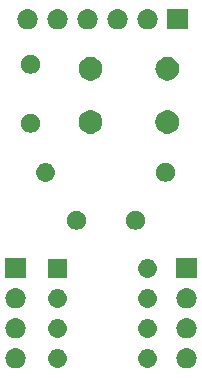
<source format=gbs>
G04 #@! TF.GenerationSoftware,KiCad,Pcbnew,5.0.2+dfsg1-1~bpo9+1*
G04 #@! TF.CreationDate,2020-08-17T14:39:57+01:00*
G04 #@! TF.ProjectId,t85opti,7438356f-7074-4692-9e6b-696361645f70,rev?*
G04 #@! TF.SameCoordinates,Original*
G04 #@! TF.FileFunction,Soldermask,Bot*
G04 #@! TF.FilePolarity,Negative*
%FSLAX46Y46*%
G04 Gerber Fmt 4.6, Leading zero omitted, Abs format (unit mm)*
G04 Created by KiCad (PCBNEW 5.0.2+dfsg1-1~bpo9+1) date Mon 17 Aug 2020 14:39:57 IST*
%MOMM*%
%LPD*%
G01*
G04 APERTURE LIST*
%ADD10C,0.100000*%
G04 APERTURE END LIST*
D10*
G36*
X142152630Y-69774299D02*
X142312855Y-69822903D01*
X142460520Y-69901831D01*
X142589949Y-70008051D01*
X142696169Y-70137480D01*
X142775097Y-70285145D01*
X142823701Y-70445370D01*
X142840112Y-70612000D01*
X142823701Y-70778630D01*
X142775097Y-70938855D01*
X142696169Y-71086520D01*
X142589949Y-71215949D01*
X142460520Y-71322169D01*
X142312855Y-71401097D01*
X142152630Y-71449701D01*
X142027752Y-71462000D01*
X141944248Y-71462000D01*
X141819370Y-71449701D01*
X141659145Y-71401097D01*
X141511480Y-71322169D01*
X141382051Y-71215949D01*
X141275831Y-71086520D01*
X141196903Y-70938855D01*
X141148299Y-70778630D01*
X141131888Y-70612000D01*
X141148299Y-70445370D01*
X141196903Y-70285145D01*
X141275831Y-70137480D01*
X141382051Y-70008051D01*
X141511480Y-69901831D01*
X141659145Y-69822903D01*
X141819370Y-69774299D01*
X141944248Y-69762000D01*
X142027752Y-69762000D01*
X142152630Y-69774299D01*
X142152630Y-69774299D01*
G37*
G36*
X127674630Y-69774299D02*
X127834855Y-69822903D01*
X127982520Y-69901831D01*
X128111949Y-70008051D01*
X128218169Y-70137480D01*
X128297097Y-70285145D01*
X128345701Y-70445370D01*
X128362112Y-70612000D01*
X128345701Y-70778630D01*
X128297097Y-70938855D01*
X128218169Y-71086520D01*
X128111949Y-71215949D01*
X127982520Y-71322169D01*
X127834855Y-71401097D01*
X127674630Y-71449701D01*
X127549752Y-71462000D01*
X127466248Y-71462000D01*
X127341370Y-71449701D01*
X127181145Y-71401097D01*
X127033480Y-71322169D01*
X126904051Y-71215949D01*
X126797831Y-71086520D01*
X126718903Y-70938855D01*
X126670299Y-70778630D01*
X126653888Y-70612000D01*
X126670299Y-70445370D01*
X126718903Y-70285145D01*
X126797831Y-70137480D01*
X126904051Y-70008051D01*
X127033480Y-69901831D01*
X127181145Y-69822903D01*
X127341370Y-69774299D01*
X127466248Y-69762000D01*
X127549752Y-69762000D01*
X127674630Y-69774299D01*
X127674630Y-69774299D01*
G37*
G36*
X138801649Y-69819717D02*
X138840827Y-69823576D01*
X138916228Y-69846449D01*
X138991629Y-69869321D01*
X139130608Y-69943608D01*
X139252422Y-70043578D01*
X139352392Y-70165392D01*
X139426679Y-70304371D01*
X139426679Y-70304372D01*
X139472424Y-70455173D01*
X139487870Y-70612000D01*
X139472424Y-70768827D01*
X139469450Y-70778630D01*
X139426679Y-70919629D01*
X139352392Y-71058608D01*
X139252422Y-71180422D01*
X139130608Y-71280392D01*
X138991629Y-71354679D01*
X138916228Y-71377551D01*
X138840827Y-71400424D01*
X138801649Y-71404283D01*
X138723295Y-71412000D01*
X138644705Y-71412000D01*
X138566351Y-71404283D01*
X138527173Y-71400424D01*
X138451772Y-71377551D01*
X138376371Y-71354679D01*
X138237392Y-71280392D01*
X138115578Y-71180422D01*
X138015608Y-71058608D01*
X137941321Y-70919629D01*
X137898550Y-70778630D01*
X137895576Y-70768827D01*
X137880130Y-70612000D01*
X137895576Y-70455173D01*
X137941321Y-70304372D01*
X137941321Y-70304371D01*
X138015608Y-70165392D01*
X138115578Y-70043578D01*
X138237392Y-69943608D01*
X138376371Y-69869321D01*
X138451772Y-69846449D01*
X138527173Y-69823576D01*
X138566351Y-69819717D01*
X138644705Y-69812000D01*
X138723295Y-69812000D01*
X138801649Y-69819717D01*
X138801649Y-69819717D01*
G37*
G36*
X131181649Y-69819717D02*
X131220827Y-69823576D01*
X131296228Y-69846449D01*
X131371629Y-69869321D01*
X131510608Y-69943608D01*
X131632422Y-70043578D01*
X131732392Y-70165392D01*
X131806679Y-70304371D01*
X131806679Y-70304372D01*
X131852424Y-70455173D01*
X131867870Y-70612000D01*
X131852424Y-70768827D01*
X131849450Y-70778630D01*
X131806679Y-70919629D01*
X131732392Y-71058608D01*
X131632422Y-71180422D01*
X131510608Y-71280392D01*
X131371629Y-71354679D01*
X131296228Y-71377551D01*
X131220827Y-71400424D01*
X131181649Y-71404283D01*
X131103295Y-71412000D01*
X131024705Y-71412000D01*
X130946351Y-71404283D01*
X130907173Y-71400424D01*
X130831772Y-71377551D01*
X130756371Y-71354679D01*
X130617392Y-71280392D01*
X130495578Y-71180422D01*
X130395608Y-71058608D01*
X130321321Y-70919629D01*
X130278550Y-70778630D01*
X130275576Y-70768827D01*
X130260130Y-70612000D01*
X130275576Y-70455173D01*
X130321321Y-70304372D01*
X130321321Y-70304371D01*
X130395608Y-70165392D01*
X130495578Y-70043578D01*
X130617392Y-69943608D01*
X130756371Y-69869321D01*
X130831772Y-69846449D01*
X130907173Y-69823576D01*
X130946351Y-69819717D01*
X131024705Y-69812000D01*
X131103295Y-69812000D01*
X131181649Y-69819717D01*
X131181649Y-69819717D01*
G37*
G36*
X127674630Y-67234299D02*
X127834855Y-67282903D01*
X127982520Y-67361831D01*
X128111949Y-67468051D01*
X128218169Y-67597480D01*
X128297097Y-67745145D01*
X128345701Y-67905370D01*
X128362112Y-68072000D01*
X128345701Y-68238630D01*
X128297097Y-68398855D01*
X128218169Y-68546520D01*
X128111949Y-68675949D01*
X127982520Y-68782169D01*
X127834855Y-68861097D01*
X127674630Y-68909701D01*
X127549752Y-68922000D01*
X127466248Y-68922000D01*
X127341370Y-68909701D01*
X127181145Y-68861097D01*
X127033480Y-68782169D01*
X126904051Y-68675949D01*
X126797831Y-68546520D01*
X126718903Y-68398855D01*
X126670299Y-68238630D01*
X126653888Y-68072000D01*
X126670299Y-67905370D01*
X126718903Y-67745145D01*
X126797831Y-67597480D01*
X126904051Y-67468051D01*
X127033480Y-67361831D01*
X127181145Y-67282903D01*
X127341370Y-67234299D01*
X127466248Y-67222000D01*
X127549752Y-67222000D01*
X127674630Y-67234299D01*
X127674630Y-67234299D01*
G37*
G36*
X142152630Y-67234299D02*
X142312855Y-67282903D01*
X142460520Y-67361831D01*
X142589949Y-67468051D01*
X142696169Y-67597480D01*
X142775097Y-67745145D01*
X142823701Y-67905370D01*
X142840112Y-68072000D01*
X142823701Y-68238630D01*
X142775097Y-68398855D01*
X142696169Y-68546520D01*
X142589949Y-68675949D01*
X142460520Y-68782169D01*
X142312855Y-68861097D01*
X142152630Y-68909701D01*
X142027752Y-68922000D01*
X141944248Y-68922000D01*
X141819370Y-68909701D01*
X141659145Y-68861097D01*
X141511480Y-68782169D01*
X141382051Y-68675949D01*
X141275831Y-68546520D01*
X141196903Y-68398855D01*
X141148299Y-68238630D01*
X141131888Y-68072000D01*
X141148299Y-67905370D01*
X141196903Y-67745145D01*
X141275831Y-67597480D01*
X141382051Y-67468051D01*
X141511480Y-67361831D01*
X141659145Y-67282903D01*
X141819370Y-67234299D01*
X141944248Y-67222000D01*
X142027752Y-67222000D01*
X142152630Y-67234299D01*
X142152630Y-67234299D01*
G37*
G36*
X131181649Y-67279717D02*
X131220827Y-67283576D01*
X131296227Y-67306448D01*
X131371629Y-67329321D01*
X131510608Y-67403608D01*
X131632422Y-67503578D01*
X131732392Y-67625392D01*
X131806679Y-67764371D01*
X131806679Y-67764372D01*
X131852424Y-67915173D01*
X131867870Y-68072000D01*
X131852424Y-68228827D01*
X131849450Y-68238630D01*
X131806679Y-68379629D01*
X131732392Y-68518608D01*
X131632422Y-68640422D01*
X131510608Y-68740392D01*
X131371629Y-68814679D01*
X131296228Y-68837551D01*
X131220827Y-68860424D01*
X131181649Y-68864283D01*
X131103295Y-68872000D01*
X131024705Y-68872000D01*
X130946351Y-68864283D01*
X130907173Y-68860424D01*
X130831773Y-68837552D01*
X130756371Y-68814679D01*
X130617392Y-68740392D01*
X130495578Y-68640422D01*
X130395608Y-68518608D01*
X130321321Y-68379629D01*
X130278550Y-68238630D01*
X130275576Y-68228827D01*
X130260130Y-68072000D01*
X130275576Y-67915173D01*
X130321321Y-67764372D01*
X130321321Y-67764371D01*
X130395608Y-67625392D01*
X130495578Y-67503578D01*
X130617392Y-67403608D01*
X130756371Y-67329321D01*
X130831773Y-67306448D01*
X130907173Y-67283576D01*
X130946351Y-67279717D01*
X131024705Y-67272000D01*
X131103295Y-67272000D01*
X131181649Y-67279717D01*
X131181649Y-67279717D01*
G37*
G36*
X138801649Y-67279717D02*
X138840827Y-67283576D01*
X138916227Y-67306448D01*
X138991629Y-67329321D01*
X139130608Y-67403608D01*
X139252422Y-67503578D01*
X139352392Y-67625392D01*
X139426679Y-67764371D01*
X139426679Y-67764372D01*
X139472424Y-67915173D01*
X139487870Y-68072000D01*
X139472424Y-68228827D01*
X139469450Y-68238630D01*
X139426679Y-68379629D01*
X139352392Y-68518608D01*
X139252422Y-68640422D01*
X139130608Y-68740392D01*
X138991629Y-68814679D01*
X138916228Y-68837551D01*
X138840827Y-68860424D01*
X138801649Y-68864283D01*
X138723295Y-68872000D01*
X138644705Y-68872000D01*
X138566351Y-68864283D01*
X138527173Y-68860424D01*
X138451773Y-68837552D01*
X138376371Y-68814679D01*
X138237392Y-68740392D01*
X138115578Y-68640422D01*
X138015608Y-68518608D01*
X137941321Y-68379629D01*
X137898550Y-68238630D01*
X137895576Y-68228827D01*
X137880130Y-68072000D01*
X137895576Y-67915173D01*
X137941321Y-67764372D01*
X137941321Y-67764371D01*
X138015608Y-67625392D01*
X138115578Y-67503578D01*
X138237392Y-67403608D01*
X138376371Y-67329321D01*
X138451773Y-67306448D01*
X138527173Y-67283576D01*
X138566351Y-67279717D01*
X138644705Y-67272000D01*
X138723295Y-67272000D01*
X138801649Y-67279717D01*
X138801649Y-67279717D01*
G37*
G36*
X127674630Y-64694299D02*
X127834855Y-64742903D01*
X127982520Y-64821831D01*
X128111949Y-64928051D01*
X128218169Y-65057480D01*
X128297097Y-65205145D01*
X128345701Y-65365370D01*
X128362112Y-65532000D01*
X128345701Y-65698630D01*
X128297097Y-65858855D01*
X128218169Y-66006520D01*
X128111949Y-66135949D01*
X127982520Y-66242169D01*
X127834855Y-66321097D01*
X127674630Y-66369701D01*
X127549752Y-66382000D01*
X127466248Y-66382000D01*
X127341370Y-66369701D01*
X127181145Y-66321097D01*
X127033480Y-66242169D01*
X126904051Y-66135949D01*
X126797831Y-66006520D01*
X126718903Y-65858855D01*
X126670299Y-65698630D01*
X126653888Y-65532000D01*
X126670299Y-65365370D01*
X126718903Y-65205145D01*
X126797831Y-65057480D01*
X126904051Y-64928051D01*
X127033480Y-64821831D01*
X127181145Y-64742903D01*
X127341370Y-64694299D01*
X127466248Y-64682000D01*
X127549752Y-64682000D01*
X127674630Y-64694299D01*
X127674630Y-64694299D01*
G37*
G36*
X142152630Y-64694299D02*
X142312855Y-64742903D01*
X142460520Y-64821831D01*
X142589949Y-64928051D01*
X142696169Y-65057480D01*
X142775097Y-65205145D01*
X142823701Y-65365370D01*
X142840112Y-65532000D01*
X142823701Y-65698630D01*
X142775097Y-65858855D01*
X142696169Y-66006520D01*
X142589949Y-66135949D01*
X142460520Y-66242169D01*
X142312855Y-66321097D01*
X142152630Y-66369701D01*
X142027752Y-66382000D01*
X141944248Y-66382000D01*
X141819370Y-66369701D01*
X141659145Y-66321097D01*
X141511480Y-66242169D01*
X141382051Y-66135949D01*
X141275831Y-66006520D01*
X141196903Y-65858855D01*
X141148299Y-65698630D01*
X141131888Y-65532000D01*
X141148299Y-65365370D01*
X141196903Y-65205145D01*
X141275831Y-65057480D01*
X141382051Y-64928051D01*
X141511480Y-64821831D01*
X141659145Y-64742903D01*
X141819370Y-64694299D01*
X141944248Y-64682000D01*
X142027752Y-64682000D01*
X142152630Y-64694299D01*
X142152630Y-64694299D01*
G37*
G36*
X138801649Y-64739717D02*
X138840827Y-64743576D01*
X138916227Y-64766448D01*
X138991629Y-64789321D01*
X139130608Y-64863608D01*
X139252422Y-64963578D01*
X139352392Y-65085392D01*
X139426679Y-65224371D01*
X139426679Y-65224372D01*
X139472424Y-65375173D01*
X139487870Y-65532000D01*
X139472424Y-65688827D01*
X139469450Y-65698630D01*
X139426679Y-65839629D01*
X139352392Y-65978608D01*
X139252422Y-66100422D01*
X139130608Y-66200392D01*
X138991629Y-66274679D01*
X138916228Y-66297551D01*
X138840827Y-66320424D01*
X138801649Y-66324283D01*
X138723295Y-66332000D01*
X138644705Y-66332000D01*
X138566351Y-66324283D01*
X138527173Y-66320424D01*
X138451772Y-66297551D01*
X138376371Y-66274679D01*
X138237392Y-66200392D01*
X138115578Y-66100422D01*
X138015608Y-65978608D01*
X137941321Y-65839629D01*
X137898550Y-65698630D01*
X137895576Y-65688827D01*
X137880130Y-65532000D01*
X137895576Y-65375173D01*
X137941321Y-65224372D01*
X137941321Y-65224371D01*
X138015608Y-65085392D01*
X138115578Y-64963578D01*
X138237392Y-64863608D01*
X138376371Y-64789321D01*
X138451772Y-64766449D01*
X138527173Y-64743576D01*
X138566351Y-64739717D01*
X138644705Y-64732000D01*
X138723295Y-64732000D01*
X138801649Y-64739717D01*
X138801649Y-64739717D01*
G37*
G36*
X131181649Y-64739717D02*
X131220827Y-64743576D01*
X131296227Y-64766448D01*
X131371629Y-64789321D01*
X131510608Y-64863608D01*
X131632422Y-64963578D01*
X131732392Y-65085392D01*
X131806679Y-65224371D01*
X131806679Y-65224372D01*
X131852424Y-65375173D01*
X131867870Y-65532000D01*
X131852424Y-65688827D01*
X131849450Y-65698630D01*
X131806679Y-65839629D01*
X131732392Y-65978608D01*
X131632422Y-66100422D01*
X131510608Y-66200392D01*
X131371629Y-66274679D01*
X131296228Y-66297551D01*
X131220827Y-66320424D01*
X131181649Y-66324283D01*
X131103295Y-66332000D01*
X131024705Y-66332000D01*
X130946351Y-66324283D01*
X130907173Y-66320424D01*
X130831772Y-66297551D01*
X130756371Y-66274679D01*
X130617392Y-66200392D01*
X130495578Y-66100422D01*
X130395608Y-65978608D01*
X130321321Y-65839629D01*
X130278550Y-65698630D01*
X130275576Y-65688827D01*
X130260130Y-65532000D01*
X130275576Y-65375173D01*
X130321321Y-65224372D01*
X130321321Y-65224371D01*
X130395608Y-65085392D01*
X130495578Y-64963578D01*
X130617392Y-64863608D01*
X130756371Y-64789321D01*
X130831772Y-64766449D01*
X130907173Y-64743576D01*
X130946351Y-64739717D01*
X131024705Y-64732000D01*
X131103295Y-64732000D01*
X131181649Y-64739717D01*
X131181649Y-64739717D01*
G37*
G36*
X128358000Y-63842000D02*
X126658000Y-63842000D01*
X126658000Y-62142000D01*
X128358000Y-62142000D01*
X128358000Y-63842000D01*
X128358000Y-63842000D01*
G37*
G36*
X142836000Y-63842000D02*
X141136000Y-63842000D01*
X141136000Y-62142000D01*
X142836000Y-62142000D01*
X142836000Y-63842000D01*
X142836000Y-63842000D01*
G37*
G36*
X131864000Y-63792000D02*
X130264000Y-63792000D01*
X130264000Y-62192000D01*
X131864000Y-62192000D01*
X131864000Y-63792000D01*
X131864000Y-63792000D01*
G37*
G36*
X138801649Y-62199717D02*
X138840827Y-62203576D01*
X138916227Y-62226448D01*
X138991629Y-62249321D01*
X139130608Y-62323608D01*
X139252422Y-62423578D01*
X139352392Y-62545392D01*
X139426679Y-62684371D01*
X139472424Y-62835174D01*
X139487870Y-62992000D01*
X139472424Y-63148826D01*
X139426679Y-63299629D01*
X139352392Y-63438608D01*
X139252422Y-63560422D01*
X139130608Y-63660392D01*
X138991629Y-63734679D01*
X138916228Y-63757551D01*
X138840827Y-63780424D01*
X138801649Y-63784283D01*
X138723295Y-63792000D01*
X138644705Y-63792000D01*
X138566351Y-63784283D01*
X138527173Y-63780424D01*
X138451772Y-63757551D01*
X138376371Y-63734679D01*
X138237392Y-63660392D01*
X138115578Y-63560422D01*
X138015608Y-63438608D01*
X137941321Y-63299629D01*
X137895576Y-63148826D01*
X137880130Y-62992000D01*
X137895576Y-62835174D01*
X137941321Y-62684371D01*
X138015608Y-62545392D01*
X138115578Y-62423578D01*
X138237392Y-62323608D01*
X138376371Y-62249321D01*
X138451773Y-62226448D01*
X138527173Y-62203576D01*
X138566351Y-62199717D01*
X138644705Y-62192000D01*
X138723295Y-62192000D01*
X138801649Y-62199717D01*
X138801649Y-62199717D01*
G37*
G36*
X132901352Y-58158743D02*
X133046941Y-58219048D01*
X133177973Y-58306601D01*
X133289399Y-58418027D01*
X133376952Y-58549059D01*
X133437257Y-58694648D01*
X133468000Y-58849205D01*
X133468000Y-59006795D01*
X133437257Y-59161352D01*
X133376952Y-59306941D01*
X133289399Y-59437973D01*
X133177973Y-59549399D01*
X133046941Y-59636952D01*
X132901352Y-59697257D01*
X132746795Y-59728000D01*
X132589205Y-59728000D01*
X132434648Y-59697257D01*
X132289059Y-59636952D01*
X132158027Y-59549399D01*
X132046601Y-59437973D01*
X131959048Y-59306941D01*
X131898743Y-59161352D01*
X131868000Y-59006795D01*
X131868000Y-58849205D01*
X131898743Y-58694648D01*
X131959048Y-58549059D01*
X132046601Y-58418027D01*
X132158027Y-58306601D01*
X132289059Y-58219048D01*
X132434648Y-58158743D01*
X132589205Y-58128000D01*
X132746795Y-58128000D01*
X132901352Y-58158743D01*
X132901352Y-58158743D01*
G37*
G36*
X137901352Y-58158743D02*
X138046941Y-58219048D01*
X138177973Y-58306601D01*
X138289399Y-58418027D01*
X138376952Y-58549059D01*
X138437257Y-58694648D01*
X138468000Y-58849205D01*
X138468000Y-59006795D01*
X138437257Y-59161352D01*
X138376952Y-59306941D01*
X138289399Y-59437973D01*
X138177973Y-59549399D01*
X138046941Y-59636952D01*
X137901352Y-59697257D01*
X137746795Y-59728000D01*
X137589205Y-59728000D01*
X137434648Y-59697257D01*
X137289059Y-59636952D01*
X137158027Y-59549399D01*
X137046601Y-59437973D01*
X136959048Y-59306941D01*
X136898743Y-59161352D01*
X136868000Y-59006795D01*
X136868000Y-58849205D01*
X136898743Y-58694648D01*
X136959048Y-58549059D01*
X137046601Y-58418027D01*
X137158027Y-58306601D01*
X137289059Y-58219048D01*
X137434648Y-58158743D01*
X137589205Y-58128000D01*
X137746795Y-58128000D01*
X137901352Y-58158743D01*
X137901352Y-58158743D01*
G37*
G36*
X130165649Y-54071717D02*
X130204827Y-54075576D01*
X130268012Y-54094743D01*
X130355629Y-54121321D01*
X130494608Y-54195608D01*
X130616422Y-54295578D01*
X130716392Y-54417392D01*
X130790679Y-54556371D01*
X130836424Y-54707174D01*
X130851870Y-54864000D01*
X130836424Y-55020826D01*
X130790679Y-55171629D01*
X130716392Y-55310608D01*
X130616422Y-55432422D01*
X130494608Y-55532392D01*
X130355629Y-55606679D01*
X130280227Y-55629552D01*
X130204827Y-55652424D01*
X130165649Y-55656283D01*
X130087295Y-55664000D01*
X130008705Y-55664000D01*
X129930351Y-55656283D01*
X129891173Y-55652424D01*
X129815772Y-55629551D01*
X129740371Y-55606679D01*
X129601392Y-55532392D01*
X129479578Y-55432422D01*
X129379608Y-55310608D01*
X129305321Y-55171629D01*
X129259576Y-55020826D01*
X129244130Y-54864000D01*
X129259576Y-54707174D01*
X129305321Y-54556371D01*
X129379608Y-54417392D01*
X129479578Y-54295578D01*
X129601392Y-54195608D01*
X129740371Y-54121321D01*
X129827988Y-54094743D01*
X129891173Y-54075576D01*
X129930351Y-54071717D01*
X130008705Y-54064000D01*
X130087295Y-54064000D01*
X130165649Y-54071717D01*
X130165649Y-54071717D01*
G37*
G36*
X140441352Y-54094743D02*
X140586941Y-54155048D01*
X140717973Y-54242601D01*
X140829399Y-54354027D01*
X140916952Y-54485059D01*
X140977257Y-54630648D01*
X141008000Y-54785205D01*
X141008000Y-54942795D01*
X140977257Y-55097352D01*
X140916952Y-55242941D01*
X140829399Y-55373973D01*
X140717973Y-55485399D01*
X140586941Y-55572952D01*
X140441352Y-55633257D01*
X140286795Y-55664000D01*
X140129205Y-55664000D01*
X139974648Y-55633257D01*
X139829059Y-55572952D01*
X139698027Y-55485399D01*
X139586601Y-55373973D01*
X139499048Y-55242941D01*
X139438743Y-55097352D01*
X139408000Y-54942795D01*
X139408000Y-54785205D01*
X139438743Y-54630648D01*
X139499048Y-54485059D01*
X139586601Y-54354027D01*
X139698027Y-54242601D01*
X139829059Y-54155048D01*
X139974648Y-54094743D01*
X140129205Y-54064000D01*
X140286795Y-54064000D01*
X140441352Y-54094743D01*
X140441352Y-54094743D01*
G37*
G36*
X140533770Y-49616372D02*
X140649689Y-49639429D01*
X140831678Y-49714811D01*
X140995463Y-49824249D01*
X141134751Y-49963537D01*
X141244189Y-50127322D01*
X141319571Y-50309311D01*
X141325886Y-50341059D01*
X141354846Y-50486649D01*
X141358000Y-50502509D01*
X141358000Y-50699491D01*
X141319571Y-50892689D01*
X141244189Y-51074678D01*
X141134751Y-51238463D01*
X140995463Y-51377751D01*
X140831678Y-51487189D01*
X140649689Y-51562571D01*
X140533770Y-51585628D01*
X140456493Y-51601000D01*
X140259507Y-51601000D01*
X140182230Y-51585628D01*
X140066311Y-51562571D01*
X139884322Y-51487189D01*
X139720537Y-51377751D01*
X139581249Y-51238463D01*
X139471811Y-51074678D01*
X139396429Y-50892689D01*
X139358000Y-50699491D01*
X139358000Y-50502509D01*
X139361155Y-50486649D01*
X139390114Y-50341059D01*
X139396429Y-50309311D01*
X139471811Y-50127322D01*
X139581249Y-49963537D01*
X139720537Y-49824249D01*
X139884322Y-49714811D01*
X140066311Y-49639429D01*
X140182230Y-49616372D01*
X140259507Y-49601000D01*
X140456493Y-49601000D01*
X140533770Y-49616372D01*
X140533770Y-49616372D01*
G37*
G36*
X134033770Y-49616372D02*
X134149689Y-49639429D01*
X134331678Y-49714811D01*
X134495463Y-49824249D01*
X134634751Y-49963537D01*
X134744189Y-50127322D01*
X134819571Y-50309311D01*
X134825886Y-50341059D01*
X134854846Y-50486649D01*
X134858000Y-50502509D01*
X134858000Y-50699491D01*
X134819571Y-50892689D01*
X134744189Y-51074678D01*
X134634751Y-51238463D01*
X134495463Y-51377751D01*
X134331678Y-51487189D01*
X134149689Y-51562571D01*
X134033770Y-51585628D01*
X133956493Y-51601000D01*
X133759507Y-51601000D01*
X133682230Y-51585628D01*
X133566311Y-51562571D01*
X133384322Y-51487189D01*
X133220537Y-51377751D01*
X133081249Y-51238463D01*
X132971811Y-51074678D01*
X132896429Y-50892689D01*
X132858000Y-50699491D01*
X132858000Y-50502509D01*
X132861155Y-50486649D01*
X132890114Y-50341059D01*
X132896429Y-50309311D01*
X132971811Y-50127322D01*
X133081249Y-49963537D01*
X133220537Y-49824249D01*
X133384322Y-49714811D01*
X133566311Y-49639429D01*
X133682230Y-49616372D01*
X133759507Y-49601000D01*
X133956493Y-49601000D01*
X134033770Y-49616372D01*
X134033770Y-49616372D01*
G37*
G36*
X129011352Y-49950743D02*
X129156941Y-50011048D01*
X129287973Y-50098601D01*
X129399399Y-50210027D01*
X129486952Y-50341059D01*
X129547257Y-50486648D01*
X129578000Y-50641205D01*
X129578000Y-50798795D01*
X129547257Y-50953352D01*
X129486952Y-51098941D01*
X129399399Y-51229973D01*
X129287973Y-51341399D01*
X129156941Y-51428952D01*
X129011352Y-51489257D01*
X128856795Y-51520000D01*
X128699205Y-51520000D01*
X128544648Y-51489257D01*
X128399059Y-51428952D01*
X128268027Y-51341399D01*
X128156601Y-51229973D01*
X128069048Y-51098941D01*
X128008743Y-50953352D01*
X127978000Y-50798795D01*
X127978000Y-50641205D01*
X128008743Y-50486648D01*
X128069048Y-50341059D01*
X128156601Y-50210027D01*
X128268027Y-50098601D01*
X128399059Y-50011048D01*
X128544648Y-49950743D01*
X128699205Y-49920000D01*
X128856795Y-49920000D01*
X129011352Y-49950743D01*
X129011352Y-49950743D01*
G37*
G36*
X134033770Y-45116372D02*
X134149689Y-45139429D01*
X134331678Y-45214811D01*
X134495463Y-45324249D01*
X134634751Y-45463537D01*
X134744189Y-45627322D01*
X134819571Y-45809311D01*
X134842628Y-45925230D01*
X134858000Y-46002507D01*
X134858000Y-46199493D01*
X134851937Y-46229973D01*
X134819571Y-46392689D01*
X134744189Y-46574678D01*
X134634751Y-46738463D01*
X134495463Y-46877751D01*
X134331678Y-46987189D01*
X134149689Y-47062571D01*
X134033770Y-47085628D01*
X133956493Y-47101000D01*
X133759507Y-47101000D01*
X133682230Y-47085628D01*
X133566311Y-47062571D01*
X133384322Y-46987189D01*
X133220537Y-46877751D01*
X133081249Y-46738463D01*
X132971811Y-46574678D01*
X132896429Y-46392689D01*
X132864063Y-46229973D01*
X132858000Y-46199493D01*
X132858000Y-46002507D01*
X132873372Y-45925230D01*
X132896429Y-45809311D01*
X132971811Y-45627322D01*
X133081249Y-45463537D01*
X133220537Y-45324249D01*
X133384322Y-45214811D01*
X133566311Y-45139429D01*
X133682230Y-45116372D01*
X133759507Y-45101000D01*
X133956493Y-45101000D01*
X134033770Y-45116372D01*
X134033770Y-45116372D01*
G37*
G36*
X140533770Y-45116372D02*
X140649689Y-45139429D01*
X140831678Y-45214811D01*
X140995463Y-45324249D01*
X141134751Y-45463537D01*
X141244189Y-45627322D01*
X141319571Y-45809311D01*
X141342628Y-45925230D01*
X141358000Y-46002507D01*
X141358000Y-46199493D01*
X141351937Y-46229973D01*
X141319571Y-46392689D01*
X141244189Y-46574678D01*
X141134751Y-46738463D01*
X140995463Y-46877751D01*
X140831678Y-46987189D01*
X140649689Y-47062571D01*
X140533770Y-47085628D01*
X140456493Y-47101000D01*
X140259507Y-47101000D01*
X140182230Y-47085628D01*
X140066311Y-47062571D01*
X139884322Y-46987189D01*
X139720537Y-46877751D01*
X139581249Y-46738463D01*
X139471811Y-46574678D01*
X139396429Y-46392689D01*
X139364063Y-46229973D01*
X139358000Y-46199493D01*
X139358000Y-46002507D01*
X139373372Y-45925230D01*
X139396429Y-45809311D01*
X139471811Y-45627322D01*
X139581249Y-45463537D01*
X139720537Y-45324249D01*
X139884322Y-45214811D01*
X140066311Y-45139429D01*
X140182230Y-45116372D01*
X140259507Y-45101000D01*
X140456493Y-45101000D01*
X140533770Y-45116372D01*
X140533770Y-45116372D01*
G37*
G36*
X129011352Y-44950743D02*
X129156941Y-45011048D01*
X129287973Y-45098601D01*
X129399399Y-45210027D01*
X129486952Y-45341059D01*
X129547257Y-45486648D01*
X129578000Y-45641205D01*
X129578000Y-45798795D01*
X129547257Y-45953352D01*
X129486952Y-46098941D01*
X129399399Y-46229973D01*
X129287973Y-46341399D01*
X129156941Y-46428952D01*
X129011352Y-46489257D01*
X128856795Y-46520000D01*
X128699205Y-46520000D01*
X128544648Y-46489257D01*
X128399059Y-46428952D01*
X128268027Y-46341399D01*
X128156601Y-46229973D01*
X128069048Y-46098941D01*
X128008743Y-45953352D01*
X127978000Y-45798795D01*
X127978000Y-45641205D01*
X128008743Y-45486648D01*
X128069048Y-45341059D01*
X128156601Y-45210027D01*
X128268027Y-45098601D01*
X128399059Y-45011048D01*
X128544648Y-44950743D01*
X128699205Y-44920000D01*
X128856795Y-44920000D01*
X129011352Y-44950743D01*
X129011352Y-44950743D01*
G37*
G36*
X131230630Y-41072299D02*
X131390855Y-41120903D01*
X131538520Y-41199831D01*
X131667949Y-41306051D01*
X131774169Y-41435480D01*
X131853097Y-41583145D01*
X131901701Y-41743370D01*
X131918112Y-41910000D01*
X131901701Y-42076630D01*
X131853097Y-42236855D01*
X131774169Y-42384520D01*
X131667949Y-42513949D01*
X131538520Y-42620169D01*
X131390855Y-42699097D01*
X131230630Y-42747701D01*
X131105752Y-42760000D01*
X131022248Y-42760000D01*
X130897370Y-42747701D01*
X130737145Y-42699097D01*
X130589480Y-42620169D01*
X130460051Y-42513949D01*
X130353831Y-42384520D01*
X130274903Y-42236855D01*
X130226299Y-42076630D01*
X130209888Y-41910000D01*
X130226299Y-41743370D01*
X130274903Y-41583145D01*
X130353831Y-41435480D01*
X130460051Y-41306051D01*
X130589480Y-41199831D01*
X130737145Y-41120903D01*
X130897370Y-41072299D01*
X131022248Y-41060000D01*
X131105752Y-41060000D01*
X131230630Y-41072299D01*
X131230630Y-41072299D01*
G37*
G36*
X142074000Y-42760000D02*
X140374000Y-42760000D01*
X140374000Y-41060000D01*
X142074000Y-41060000D01*
X142074000Y-42760000D01*
X142074000Y-42760000D01*
G37*
G36*
X138850630Y-41072299D02*
X139010855Y-41120903D01*
X139158520Y-41199831D01*
X139287949Y-41306051D01*
X139394169Y-41435480D01*
X139473097Y-41583145D01*
X139521701Y-41743370D01*
X139538112Y-41910000D01*
X139521701Y-42076630D01*
X139473097Y-42236855D01*
X139394169Y-42384520D01*
X139287949Y-42513949D01*
X139158520Y-42620169D01*
X139010855Y-42699097D01*
X138850630Y-42747701D01*
X138725752Y-42760000D01*
X138642248Y-42760000D01*
X138517370Y-42747701D01*
X138357145Y-42699097D01*
X138209480Y-42620169D01*
X138080051Y-42513949D01*
X137973831Y-42384520D01*
X137894903Y-42236855D01*
X137846299Y-42076630D01*
X137829888Y-41910000D01*
X137846299Y-41743370D01*
X137894903Y-41583145D01*
X137973831Y-41435480D01*
X138080051Y-41306051D01*
X138209480Y-41199831D01*
X138357145Y-41120903D01*
X138517370Y-41072299D01*
X138642248Y-41060000D01*
X138725752Y-41060000D01*
X138850630Y-41072299D01*
X138850630Y-41072299D01*
G37*
G36*
X136310630Y-41072299D02*
X136470855Y-41120903D01*
X136618520Y-41199831D01*
X136747949Y-41306051D01*
X136854169Y-41435480D01*
X136933097Y-41583145D01*
X136981701Y-41743370D01*
X136998112Y-41910000D01*
X136981701Y-42076630D01*
X136933097Y-42236855D01*
X136854169Y-42384520D01*
X136747949Y-42513949D01*
X136618520Y-42620169D01*
X136470855Y-42699097D01*
X136310630Y-42747701D01*
X136185752Y-42760000D01*
X136102248Y-42760000D01*
X135977370Y-42747701D01*
X135817145Y-42699097D01*
X135669480Y-42620169D01*
X135540051Y-42513949D01*
X135433831Y-42384520D01*
X135354903Y-42236855D01*
X135306299Y-42076630D01*
X135289888Y-41910000D01*
X135306299Y-41743370D01*
X135354903Y-41583145D01*
X135433831Y-41435480D01*
X135540051Y-41306051D01*
X135669480Y-41199831D01*
X135817145Y-41120903D01*
X135977370Y-41072299D01*
X136102248Y-41060000D01*
X136185752Y-41060000D01*
X136310630Y-41072299D01*
X136310630Y-41072299D01*
G37*
G36*
X133770630Y-41072299D02*
X133930855Y-41120903D01*
X134078520Y-41199831D01*
X134207949Y-41306051D01*
X134314169Y-41435480D01*
X134393097Y-41583145D01*
X134441701Y-41743370D01*
X134458112Y-41910000D01*
X134441701Y-42076630D01*
X134393097Y-42236855D01*
X134314169Y-42384520D01*
X134207949Y-42513949D01*
X134078520Y-42620169D01*
X133930855Y-42699097D01*
X133770630Y-42747701D01*
X133645752Y-42760000D01*
X133562248Y-42760000D01*
X133437370Y-42747701D01*
X133277145Y-42699097D01*
X133129480Y-42620169D01*
X133000051Y-42513949D01*
X132893831Y-42384520D01*
X132814903Y-42236855D01*
X132766299Y-42076630D01*
X132749888Y-41910000D01*
X132766299Y-41743370D01*
X132814903Y-41583145D01*
X132893831Y-41435480D01*
X133000051Y-41306051D01*
X133129480Y-41199831D01*
X133277145Y-41120903D01*
X133437370Y-41072299D01*
X133562248Y-41060000D01*
X133645752Y-41060000D01*
X133770630Y-41072299D01*
X133770630Y-41072299D01*
G37*
G36*
X128690630Y-41072299D02*
X128850855Y-41120903D01*
X128998520Y-41199831D01*
X129127949Y-41306051D01*
X129234169Y-41435480D01*
X129313097Y-41583145D01*
X129361701Y-41743370D01*
X129378112Y-41910000D01*
X129361701Y-42076630D01*
X129313097Y-42236855D01*
X129234169Y-42384520D01*
X129127949Y-42513949D01*
X128998520Y-42620169D01*
X128850855Y-42699097D01*
X128690630Y-42747701D01*
X128565752Y-42760000D01*
X128482248Y-42760000D01*
X128357370Y-42747701D01*
X128197145Y-42699097D01*
X128049480Y-42620169D01*
X127920051Y-42513949D01*
X127813831Y-42384520D01*
X127734903Y-42236855D01*
X127686299Y-42076630D01*
X127669888Y-41910000D01*
X127686299Y-41743370D01*
X127734903Y-41583145D01*
X127813831Y-41435480D01*
X127920051Y-41306051D01*
X128049480Y-41199831D01*
X128197145Y-41120903D01*
X128357370Y-41072299D01*
X128482248Y-41060000D01*
X128565752Y-41060000D01*
X128690630Y-41072299D01*
X128690630Y-41072299D01*
G37*
M02*

</source>
